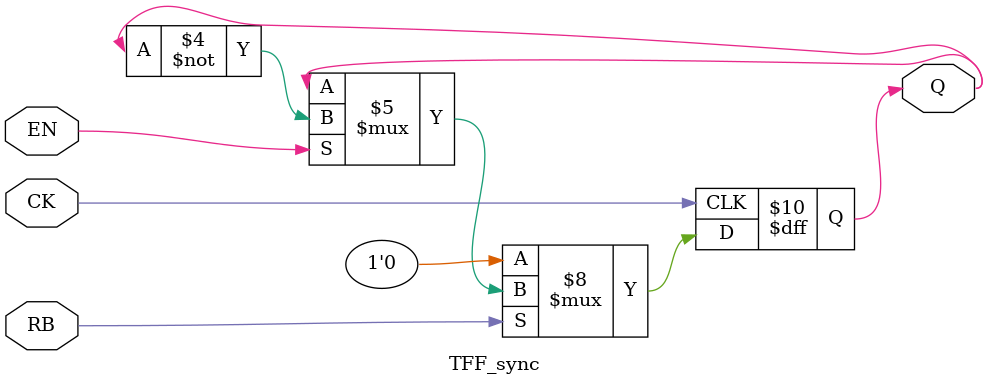
<source format=v>
module TFF_sync (CK, EN, Q, RB);
    input   CK, EN, RB;
    output  Q;
    reg     Q;

    always @(posedge CK) begin
        if (RB==1'b0)
            Q <= 1'b0;
        else if (EN==1'b1)
            Q <= ~Q;
    end
endmodule

</source>
